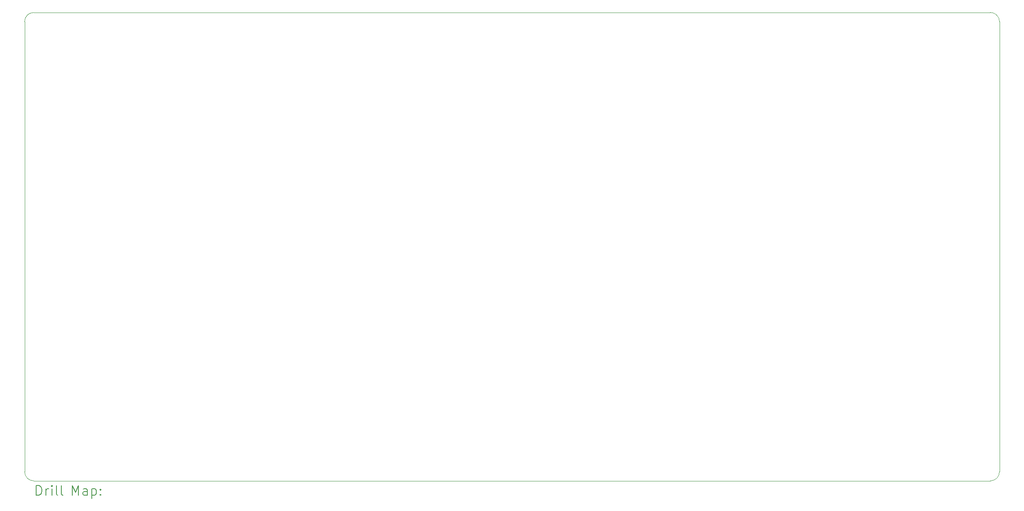
<source format=gbr>
%TF.GenerationSoftware,KiCad,Pcbnew,(7.0.0)*%
%TF.CreationDate,2024-11-17T17:27:43-08:00*%
%TF.ProjectId,status_word,73746174-7573-45f7-976f-72642e6b6963,rev?*%
%TF.SameCoordinates,Original*%
%TF.FileFunction,Drillmap*%
%TF.FilePolarity,Positive*%
%FSLAX45Y45*%
G04 Gerber Fmt 4.5, Leading zero omitted, Abs format (unit mm)*
G04 Created by KiCad (PCBNEW (7.0.0)) date 2024-11-17 17:27:43*
%MOMM*%
%LPD*%
G01*
G04 APERTURE LIST*
%ADD10C,0.100000*%
%ADD11C,0.200000*%
G04 APERTURE END LIST*
D10*
X25400000Y-5270500D02*
X25400000Y-14668500D01*
X25209500Y-14859000D02*
G75*
G03*
X25400000Y-14668500I0J190500D01*
G01*
X5080000Y-14668500D02*
G75*
G03*
X5270500Y-14859000I190500J0D01*
G01*
X5080000Y-14668500D02*
X5080000Y-5270500D01*
X5270500Y-5080000D02*
G75*
G03*
X5080000Y-5270500I0J-190500D01*
G01*
X25209500Y-14859000D02*
X5270500Y-14859000D01*
X25400000Y-5270500D02*
G75*
G03*
X25209500Y-5080000I-190500J0D01*
G01*
X5270500Y-5080000D02*
X25209500Y-5080000D01*
D11*
X5322619Y-15157476D02*
X5322619Y-14957476D01*
X5322619Y-14957476D02*
X5370238Y-14957476D01*
X5370238Y-14957476D02*
X5398810Y-14967000D01*
X5398810Y-14967000D02*
X5417857Y-14986048D01*
X5417857Y-14986048D02*
X5427381Y-15005095D01*
X5427381Y-15005095D02*
X5436905Y-15043190D01*
X5436905Y-15043190D02*
X5436905Y-15071762D01*
X5436905Y-15071762D02*
X5427381Y-15109857D01*
X5427381Y-15109857D02*
X5417857Y-15128905D01*
X5417857Y-15128905D02*
X5398810Y-15147952D01*
X5398810Y-15147952D02*
X5370238Y-15157476D01*
X5370238Y-15157476D02*
X5322619Y-15157476D01*
X5522619Y-15157476D02*
X5522619Y-15024143D01*
X5522619Y-15062238D02*
X5532143Y-15043190D01*
X5532143Y-15043190D02*
X5541667Y-15033667D01*
X5541667Y-15033667D02*
X5560714Y-15024143D01*
X5560714Y-15024143D02*
X5579762Y-15024143D01*
X5646428Y-15157476D02*
X5646428Y-15024143D01*
X5646428Y-14957476D02*
X5636905Y-14967000D01*
X5636905Y-14967000D02*
X5646428Y-14976524D01*
X5646428Y-14976524D02*
X5655952Y-14967000D01*
X5655952Y-14967000D02*
X5646428Y-14957476D01*
X5646428Y-14957476D02*
X5646428Y-14976524D01*
X5770238Y-15157476D02*
X5751190Y-15147952D01*
X5751190Y-15147952D02*
X5741667Y-15128905D01*
X5741667Y-15128905D02*
X5741667Y-14957476D01*
X5875000Y-15157476D02*
X5855952Y-15147952D01*
X5855952Y-15147952D02*
X5846428Y-15128905D01*
X5846428Y-15128905D02*
X5846428Y-14957476D01*
X6071190Y-15157476D02*
X6071190Y-14957476D01*
X6071190Y-14957476D02*
X6137857Y-15100333D01*
X6137857Y-15100333D02*
X6204524Y-14957476D01*
X6204524Y-14957476D02*
X6204524Y-15157476D01*
X6385476Y-15157476D02*
X6385476Y-15052714D01*
X6385476Y-15052714D02*
X6375952Y-15033667D01*
X6375952Y-15033667D02*
X6356905Y-15024143D01*
X6356905Y-15024143D02*
X6318809Y-15024143D01*
X6318809Y-15024143D02*
X6299762Y-15033667D01*
X6385476Y-15147952D02*
X6366428Y-15157476D01*
X6366428Y-15157476D02*
X6318809Y-15157476D01*
X6318809Y-15157476D02*
X6299762Y-15147952D01*
X6299762Y-15147952D02*
X6290238Y-15128905D01*
X6290238Y-15128905D02*
X6290238Y-15109857D01*
X6290238Y-15109857D02*
X6299762Y-15090809D01*
X6299762Y-15090809D02*
X6318809Y-15081286D01*
X6318809Y-15081286D02*
X6366428Y-15081286D01*
X6366428Y-15081286D02*
X6385476Y-15071762D01*
X6480714Y-15024143D02*
X6480714Y-15224143D01*
X6480714Y-15033667D02*
X6499762Y-15024143D01*
X6499762Y-15024143D02*
X6537857Y-15024143D01*
X6537857Y-15024143D02*
X6556905Y-15033667D01*
X6556905Y-15033667D02*
X6566428Y-15043190D01*
X6566428Y-15043190D02*
X6575952Y-15062238D01*
X6575952Y-15062238D02*
X6575952Y-15119381D01*
X6575952Y-15119381D02*
X6566428Y-15138428D01*
X6566428Y-15138428D02*
X6556905Y-15147952D01*
X6556905Y-15147952D02*
X6537857Y-15157476D01*
X6537857Y-15157476D02*
X6499762Y-15157476D01*
X6499762Y-15157476D02*
X6480714Y-15147952D01*
X6661667Y-15138428D02*
X6671190Y-15147952D01*
X6671190Y-15147952D02*
X6661667Y-15157476D01*
X6661667Y-15157476D02*
X6652143Y-15147952D01*
X6652143Y-15147952D02*
X6661667Y-15138428D01*
X6661667Y-15138428D02*
X6661667Y-15157476D01*
X6661667Y-15033667D02*
X6671190Y-15043190D01*
X6671190Y-15043190D02*
X6661667Y-15052714D01*
X6661667Y-15052714D02*
X6652143Y-15043190D01*
X6652143Y-15043190D02*
X6661667Y-15033667D01*
X6661667Y-15033667D02*
X6661667Y-15052714D01*
M02*

</source>
